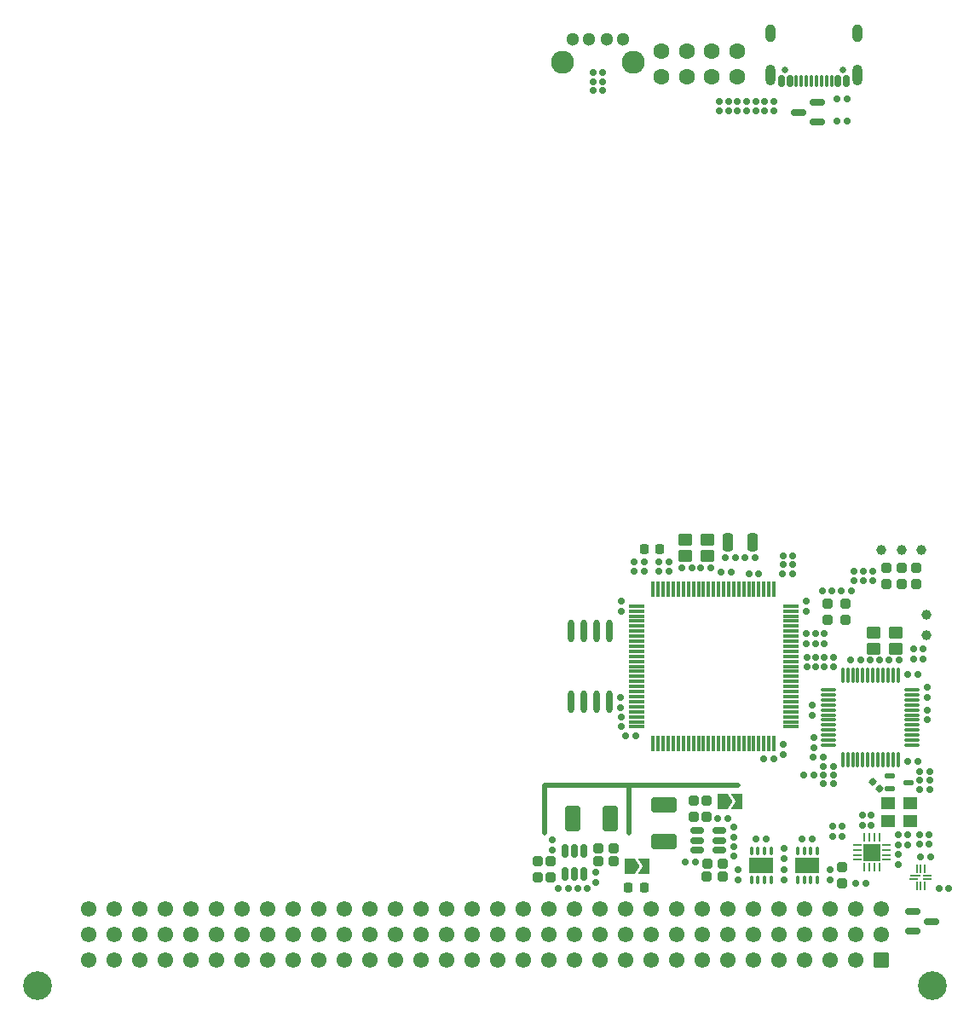
<source format=gbr>
%TF.GenerationSoftware,KiCad,Pcbnew,8.0.8-8.0.8-0~ubuntu24.04.1*%
%TF.CreationDate,2025-02-18T22:24:07+00:00*%
%TF.ProjectId,base-module,62617365-2d6d-46f6-9475-6c652e6b6963,1.0.0*%
%TF.SameCoordinates,Original*%
%TF.FileFunction,Soldermask,Top*%
%TF.FilePolarity,Negative*%
%FSLAX46Y46*%
G04 Gerber Fmt 4.6, Leading zero omitted, Abs format (unit mm)*
G04 Created by KiCad (PCBNEW 8.0.8-8.0.8-0~ubuntu24.04.1) date 2025-02-18 22:24:07*
%MOMM*%
%LPD*%
G01*
G04 APERTURE LIST*
G04 Aperture macros list*
%AMRoundRect*
0 Rectangle with rounded corners*
0 $1 Rounding radius*
0 $2 $3 $4 $5 $6 $7 $8 $9 X,Y pos of 4 corners*
0 Add a 4 corners polygon primitive as box body*
4,1,4,$2,$3,$4,$5,$6,$7,$8,$9,$2,$3,0*
0 Add four circle primitives for the rounded corners*
1,1,$1+$1,$2,$3*
1,1,$1+$1,$4,$5*
1,1,$1+$1,$6,$7*
1,1,$1+$1,$8,$9*
0 Add four rect primitives between the rounded corners*
20,1,$1+$1,$2,$3,$4,$5,0*
20,1,$1+$1,$4,$5,$6,$7,0*
20,1,$1+$1,$6,$7,$8,$9,0*
20,1,$1+$1,$8,$9,$2,$3,0*%
%AMFreePoly0*
4,1,6,1.000000,0.000000,0.500000,-0.750000,-0.500000,-0.750000,-0.500000,0.750000,0.500000,0.750000,1.000000,0.000000,1.000000,0.000000,$1*%
%AMFreePoly1*
4,1,6,0.500000,-0.750000,-0.650000,-0.750000,-0.150000,0.000000,-0.650000,0.750000,0.500000,0.750000,0.500000,-0.750000,0.500000,-0.750000,$1*%
G04 Aperture macros list end*
%ADD10C,0.500000*%
%ADD11RoundRect,0.250001X0.999999X-0.499999X0.999999X0.499999X-0.999999X0.499999X-0.999999X-0.499999X0*%
%ADD12FreePoly0,0.000000*%
%ADD13FreePoly1,0.000000*%
%ADD14C,1.000000*%
%ADD15C,1.600000*%
%ADD16RoundRect,0.159000X-0.189000X0.159000X-0.189000X-0.159000X0.189000X-0.159000X0.189000X0.159000X0*%
%ADD17RoundRect,0.159000X0.159000X0.189000X-0.159000X0.189000X-0.159000X-0.189000X0.159000X-0.189000X0*%
%ADD18RoundRect,0.150000X0.587500X0.150000X-0.587500X0.150000X-0.587500X-0.150000X0.587500X-0.150000X0*%
%ADD19RoundRect,0.159000X0.189000X-0.159000X0.189000X0.159000X-0.189000X0.159000X-0.189000X-0.159000X0*%
%ADD20RoundRect,0.159000X-0.159000X-0.189000X0.159000X-0.189000X0.159000X0.189000X-0.159000X0.189000X0*%
%ADD21RoundRect,0.239000X0.274000X-0.239000X0.274000X0.239000X-0.274000X0.239000X-0.274000X-0.239000X0*%
%ADD22RoundRect,0.220000X0.220000X0.255000X-0.220000X0.255000X-0.220000X-0.255000X0.220000X-0.255000X0*%
%ADD23RoundRect,0.050000X-0.437500X-0.050000X0.437500X-0.050000X0.437500X0.050000X-0.437500X0.050000X0*%
%ADD24RoundRect,0.050000X-0.337500X-0.050000X0.337500X-0.050000X0.337500X0.050000X-0.337500X0.050000X0*%
%ADD25RoundRect,0.050000X-0.050000X-0.337500X0.050000X-0.337500X0.050000X0.337500X-0.050000X0.337500X0*%
%ADD26RoundRect,0.244000X-0.269000X0.244000X-0.269000X-0.244000X0.269000X-0.244000X0.269000X0.244000X0*%
%ADD27RoundRect,0.150000X-0.512500X-0.150000X0.512500X-0.150000X0.512500X0.150000X-0.512500X0.150000X0*%
%ADD28RoundRect,0.150000X-0.587500X-0.150000X0.587500X-0.150000X0.587500X0.150000X-0.587500X0.150000X0*%
%ADD29RoundRect,0.239000X-0.274000X0.239000X-0.274000X-0.239000X0.274000X-0.239000X0.274000X0.239000X0*%
%ADD30RoundRect,0.244000X0.244000X0.269000X-0.244000X0.269000X-0.244000X-0.269000X0.244000X-0.269000X0*%
%ADD31RoundRect,0.250000X0.450000X0.350000X-0.450000X0.350000X-0.450000X-0.350000X0.450000X-0.350000X0*%
%ADD32RoundRect,0.075000X-0.075000X0.662500X-0.075000X-0.662500X0.075000X-0.662500X0.075000X0.662500X0*%
%ADD33RoundRect,0.075000X-0.662500X0.075000X-0.662500X-0.075000X0.662500X-0.075000X0.662500X0.075000X0*%
%ADD34RoundRect,0.075000X-0.075000X0.725000X-0.075000X-0.725000X0.075000X-0.725000X0.075000X0.725000X0*%
%ADD35RoundRect,0.075000X-0.725000X0.075000X-0.725000X-0.075000X0.725000X-0.075000X0.725000X0.075000X0*%
%ADD36C,0.650000*%
%ADD37RoundRect,0.150000X0.150000X0.425000X-0.150000X0.425000X-0.150000X-0.425000X0.150000X-0.425000X0*%
%ADD38RoundRect,0.075000X0.075000X0.500000X-0.075000X0.500000X-0.075000X-0.500000X0.075000X-0.500000X0*%
%ADD39O,1.000000X2.100000*%
%ADD40O,1.000000X1.800000*%
%ADD41RoundRect,0.244000X-0.244000X-0.269000X0.244000X-0.269000X0.244000X0.269000X-0.244000X0.269000X0*%
%ADD42C,2.850000*%
%ADD43RoundRect,0.249999X0.525001X0.525001X-0.525001X0.525001X-0.525001X-0.525001X0.525001X-0.525001X0*%
%ADD44C,1.550000*%
%ADD45RoundRect,0.220000X-0.220000X-0.255000X0.220000X-0.255000X0.220000X0.255000X-0.220000X0.255000X0*%
%ADD46C,1.300000*%
%ADD47C,2.286000*%
%ADD48RoundRect,0.075000X-0.075000X0.350000X-0.075000X-0.350000X0.075000X-0.350000X0.075000X0.350000X0*%
%ADD49R,2.400000X1.600000*%
%ADD50RoundRect,0.250000X0.250000X-0.650000X0.250000X0.650000X-0.250000X0.650000X-0.250000X-0.650000X0*%
%ADD51RoundRect,0.159000X0.246073X0.021213X0.021213X0.246073X-0.246073X-0.021213X-0.021213X-0.246073X0*%
%ADD52R,1.400000X1.200000*%
%ADD53O,0.630000X2.250000*%
%ADD54RoundRect,0.250001X-0.499999X-0.999999X0.499999X-0.999999X0.499999X0.999999X-0.499999X0.999999X0*%
%ADD55RoundRect,0.062500X-0.062500X0.350000X-0.062500X-0.350000X0.062500X-0.350000X0.062500X0.350000X0*%
%ADD56RoundRect,0.062500X-0.350000X0.062500X-0.350000X-0.062500X0.350000X-0.062500X0.350000X0.062500X0*%
%ADD57R,1.700000X1.700000*%
%ADD58RoundRect,0.125000X0.345000X0.125000X-0.345000X0.125000X-0.345000X-0.125000X0.345000X-0.125000X0*%
%ADD59RoundRect,0.150000X-0.150000X0.512500X-0.150000X-0.512500X0.150000X-0.512500X0.150000X0.512500X0*%
G04 APERTURE END LIST*
D10*
X114500000Y-128625000D02*
X95300000Y-128625000D01*
X95300000Y-133425000D02*
X95300000Y-128625000D01*
X103700000Y-133425000D02*
X103700000Y-128625000D01*
D11*
%TO.C,L301*%
X107120720Y-134271542D03*
X107120720Y-130571542D03*
%TD*%
D12*
%TO.C,JP300*%
X103725000Y-136675000D03*
D13*
X105175000Y-136675000D03*
%TD*%
D14*
%TO.C,TP302*%
X132750000Y-105325000D03*
%TD*%
D15*
%TO.C,LED300*%
X106863600Y-55785000D03*
X109403600Y-55785000D03*
X106863600Y-58325000D03*
X109403600Y-58325000D03*
%TD*%
D16*
%TO.C,R903*%
X126850000Y-131625000D03*
X126850000Y-132625000D03*
%TD*%
D17*
%TO.C,R308*%
X127200000Y-138375000D03*
X126200000Y-138375000D03*
%TD*%
D18*
%TO.C,U802*%
X122387500Y-62765001D03*
X122387500Y-60865001D03*
X120512500Y-61815001D03*
%TD*%
D19*
%TO.C,C501*%
X119100000Y-138075000D03*
X119100000Y-137075000D03*
%TD*%
D20*
%TO.C,R716*%
X123000000Y-128525000D03*
X124000000Y-128525000D03*
%TD*%
D16*
%TO.C,R306*%
X114070720Y-132821542D03*
X114070720Y-133821542D03*
%TD*%
D21*
%TO.C,D301*%
X124850000Y-138365000D03*
X124850000Y-136785000D03*
%TD*%
D22*
%TO.C,FB400*%
X106740000Y-105225000D03*
X105160000Y-105225000D03*
%TD*%
D19*
%TO.C,C601*%
X114550000Y-138075000D03*
X114550000Y-137075000D03*
%TD*%
D17*
%TO.C,R301*%
X97650000Y-138871508D03*
X96650000Y-138871508D03*
%TD*%
%TO.C,C408*%
X105200000Y-106475000D03*
X104200000Y-106475000D03*
%TD*%
D19*
%TO.C,R600*%
X119100000Y-135925000D03*
X119100000Y-134925000D03*
%TD*%
D20*
%TO.C,C400*%
X115575000Y-107650000D03*
X116575000Y-107650000D03*
%TD*%
D17*
%TO.C,C313*%
X114250000Y-106025000D03*
X113250000Y-106025000D03*
%TD*%
D20*
%TO.C,R801*%
X124350000Y-62675000D03*
X125350000Y-62675000D03*
%TD*%
D17*
%TO.C,C600*%
X117300000Y-134025000D03*
X116300000Y-134025000D03*
%TD*%
%TO.C,C407*%
X107675000Y-107375000D03*
X106675000Y-107375000D03*
%TD*%
D20*
%TO.C,C314*%
X115200000Y-106025000D03*
X116200000Y-106025000D03*
%TD*%
D23*
%TO.C,U801*%
X132087500Y-137600000D03*
D24*
X131987500Y-138000000D03*
D25*
X132250000Y-138662500D03*
X132650000Y-138662500D03*
X133050000Y-138662500D03*
D24*
X133312500Y-138000000D03*
X133312500Y-137600000D03*
D25*
X133050000Y-136937500D03*
X132650000Y-136937500D03*
X132250000Y-136937500D03*
%TD*%
D14*
%TO.C,TP701*%
X133250000Y-113725000D03*
%TD*%
D26*
%TO.C,C304*%
X94646542Y-136211059D03*
X94646542Y-137771059D03*
%TD*%
D16*
%TO.C,C305*%
X96090000Y-134071508D03*
X96090000Y-135071508D03*
%TD*%
D17*
%TO.C,R404*%
X119950000Y-107645000D03*
X118950000Y-107645000D03*
%TD*%
D27*
%TO.C,U301*%
X110412500Y-133168050D03*
X110412500Y-134118050D03*
X110412500Y-135068050D03*
X112687500Y-135068050D03*
X112687500Y-134118050D03*
X112687500Y-133168050D03*
%TD*%
D17*
%TO.C,C500*%
X121900000Y-134025000D03*
X120900000Y-134025000D03*
%TD*%
D16*
%TO.C,R902*%
X127750000Y-131625000D03*
X127750000Y-132625000D03*
%TD*%
D21*
%TO.C,D400*%
X129240000Y-108665000D03*
X129240000Y-107085000D03*
%TD*%
D28*
%TO.C,U200*%
X131832500Y-141212501D03*
X131832500Y-143112501D03*
X133707500Y-142162501D03*
%TD*%
D16*
%TO.C,R700*%
X121325000Y-115925000D03*
X121325000Y-116925000D03*
%TD*%
D20*
%TO.C,R405*%
X100080000Y-59675000D03*
X101080000Y-59675000D03*
%TD*%
D19*
%TO.C,R409*%
X114450000Y-61725000D03*
X114450000Y-60725000D03*
%TD*%
%TO.C,R400*%
X113550000Y-61725000D03*
X113550000Y-60725000D03*
%TD*%
%TO.C,R411*%
X126950000Y-108375000D03*
X126950000Y-107375000D03*
%TD*%
D16*
%TO.C,C410*%
X123100000Y-113600000D03*
X123100000Y-114600000D03*
%TD*%
D29*
%TO.C,D701*%
X125175000Y-110660000D03*
X125175000Y-112240000D03*
%TD*%
D16*
%TO.C,R701*%
X124000000Y-115925000D03*
X124000000Y-116925000D03*
%TD*%
%TO.C,C405*%
X121275000Y-110350000D03*
X121275000Y-111350000D03*
%TD*%
D30*
%TO.C,C301*%
X102180000Y-136171508D03*
X100620000Y-136171508D03*
%TD*%
D19*
%TO.C,C300*%
X100400000Y-138281508D03*
X100400000Y-137281508D03*
%TD*%
D21*
%TO.C,D402*%
X132240000Y-108665000D03*
X132240000Y-107085000D03*
%TD*%
D31*
%TO.C,Y700*%
X130150000Y-113525000D03*
X127950000Y-113525000D03*
X127950000Y-115125000D03*
X130150000Y-115125000D03*
%TD*%
D32*
%TO.C,U700*%
X130400000Y-117762500D03*
X129900000Y-117762500D03*
X129400000Y-117762500D03*
X128900000Y-117762500D03*
X128400000Y-117762500D03*
X127900000Y-117762500D03*
X127400000Y-117762500D03*
X126900000Y-117762500D03*
X126400000Y-117762500D03*
X125900000Y-117762500D03*
X125400000Y-117762500D03*
X124900000Y-117762500D03*
D33*
X123487500Y-119175000D03*
X123487500Y-119675000D03*
X123487500Y-120175000D03*
X123487500Y-120675000D03*
X123487500Y-121175000D03*
X123487500Y-121675000D03*
X123487500Y-122175000D03*
X123487500Y-122675000D03*
X123487500Y-123175000D03*
X123487500Y-123675000D03*
X123487500Y-124175000D03*
X123487500Y-124675000D03*
D32*
X124900000Y-126087500D03*
X125400000Y-126087500D03*
X125900000Y-126087500D03*
X126400000Y-126087500D03*
X126900000Y-126087500D03*
X127400000Y-126087500D03*
X127900000Y-126087500D03*
X128400000Y-126087500D03*
X128900000Y-126087500D03*
X129400000Y-126087500D03*
X129900000Y-126087500D03*
X130400000Y-126087500D03*
D33*
X131812500Y-124675000D03*
X131812500Y-124175000D03*
X131812500Y-123675000D03*
X131812500Y-123175000D03*
X131812500Y-122675000D03*
X131812500Y-122175000D03*
X131812500Y-121675000D03*
X131812500Y-121175000D03*
X131812500Y-120675000D03*
X131812500Y-120175000D03*
X131812500Y-119675000D03*
X131812500Y-119175000D03*
%TD*%
D14*
%TO.C,TP700*%
X133250000Y-111725000D03*
%TD*%
D20*
%TO.C,R707*%
X122850000Y-109375000D03*
X123850000Y-109375000D03*
%TD*%
D34*
%TO.C,U400*%
X118075000Y-109175000D03*
X117575000Y-109175000D03*
X117075000Y-109175000D03*
X116575000Y-109175000D03*
X116075000Y-109175000D03*
X115575000Y-109175000D03*
X115075000Y-109175000D03*
X114575000Y-109175000D03*
X114075000Y-109175000D03*
X113575000Y-109175000D03*
X113075000Y-109175000D03*
X112575000Y-109175000D03*
X112075000Y-109175000D03*
X111575000Y-109175000D03*
X111075000Y-109175000D03*
X110575000Y-109175000D03*
X110075000Y-109175000D03*
X109575000Y-109175000D03*
X109075000Y-109175000D03*
X108575000Y-109175000D03*
X108075000Y-109175000D03*
X107575000Y-109175000D03*
X107075000Y-109175000D03*
X106575000Y-109175000D03*
X106075000Y-109175000D03*
D35*
X104400000Y-110850000D03*
X104400000Y-111350000D03*
X104400000Y-111850000D03*
X104400000Y-112350000D03*
X104400000Y-112850000D03*
X104400000Y-113350000D03*
X104400000Y-113850000D03*
X104400000Y-114350000D03*
X104400000Y-114850000D03*
X104400000Y-115350000D03*
X104400000Y-115850000D03*
X104400000Y-116350000D03*
X104400000Y-116850000D03*
X104400000Y-117350000D03*
X104400000Y-117850000D03*
X104400000Y-118350000D03*
X104400000Y-118850000D03*
X104400000Y-119350000D03*
X104400000Y-119850000D03*
X104400000Y-120350000D03*
X104400000Y-120850000D03*
X104400000Y-121350000D03*
X104400000Y-121850000D03*
X104400000Y-122350000D03*
X104400000Y-122850000D03*
D34*
X106075000Y-124525000D03*
X106575000Y-124525000D03*
X107075000Y-124525000D03*
X107575000Y-124525000D03*
X108075000Y-124525000D03*
X108575000Y-124525000D03*
X109075000Y-124525000D03*
X109575000Y-124525000D03*
X110075000Y-124525000D03*
X110575000Y-124525000D03*
X111075000Y-124525000D03*
X111575000Y-124525000D03*
X112075000Y-124525000D03*
X112575000Y-124525000D03*
X113075000Y-124525000D03*
X113575000Y-124525000D03*
X114075000Y-124525000D03*
X114575000Y-124525000D03*
X115075000Y-124525000D03*
X115575000Y-124525000D03*
X116075000Y-124525000D03*
X116575000Y-124525000D03*
X117075000Y-124525000D03*
X117575000Y-124525000D03*
X118075000Y-124525000D03*
D35*
X119750000Y-122850000D03*
X119750000Y-122350000D03*
X119750000Y-121850000D03*
X119750000Y-121350000D03*
X119750000Y-120850000D03*
X119750000Y-120350000D03*
X119750000Y-119850000D03*
X119750000Y-119350000D03*
X119750000Y-118850000D03*
X119750000Y-118350000D03*
X119750000Y-117850000D03*
X119750000Y-117350000D03*
X119750000Y-116850000D03*
X119750000Y-116350000D03*
X119750000Y-115850000D03*
X119750000Y-115350000D03*
X119750000Y-114850000D03*
X119750000Y-114350000D03*
X119750000Y-113850000D03*
X119750000Y-113350000D03*
X119750000Y-112850000D03*
X119750000Y-112350000D03*
X119750000Y-111850000D03*
X119750000Y-111350000D03*
X119750000Y-110850000D03*
%TD*%
D17*
%TO.C,C409*%
X105200000Y-107375000D03*
X104200000Y-107375000D03*
%TD*%
%TO.C,C708*%
X128600000Y-116235000D03*
X127600000Y-116235000D03*
%TD*%
D16*
%TO.C,R705*%
X132900000Y-115125000D03*
X132900000Y-116125000D03*
%TD*%
%TO.C,R307*%
X114070720Y-134721542D03*
X114070720Y-135721542D03*
%TD*%
D20*
%TO.C,R711*%
X132550000Y-128175000D03*
X133550000Y-128175000D03*
%TD*%
%TO.C,R710*%
X132550000Y-127275000D03*
X133550000Y-127275000D03*
%TD*%
%TO.C,R715*%
X123000000Y-127650000D03*
X124000000Y-127650000D03*
%TD*%
D16*
%TO.C,C801*%
X116250000Y-60725000D03*
X116250000Y-61725000D03*
%TD*%
D14*
%TO.C,TP300*%
X128750000Y-105325000D03*
%TD*%
D19*
%TO.C,C402*%
X102875000Y-111350000D03*
X102875000Y-110350000D03*
%TD*%
D12*
%TO.C,JP301*%
X112970720Y-130225000D03*
D13*
X114420720Y-130225000D03*
%TD*%
D36*
%TO.C,J800*%
X124940000Y-57640000D03*
X119160000Y-57640000D03*
D37*
X125250000Y-58715000D03*
X124450000Y-58715000D03*
D38*
X123300000Y-58715000D03*
X122300000Y-58715000D03*
X121800000Y-58715000D03*
X120800000Y-58715000D03*
D37*
X119650000Y-58715000D03*
X118850000Y-58715000D03*
X118850000Y-58715000D03*
X119650000Y-58715000D03*
D38*
X120300000Y-58715000D03*
X121300000Y-58715000D03*
X122800000Y-58715000D03*
X123800000Y-58715000D03*
D37*
X124450000Y-58715000D03*
X125250000Y-58715000D03*
D39*
X126370000Y-58140000D03*
D40*
X126370000Y-53960000D03*
D39*
X117730000Y-58140000D03*
D40*
X117730000Y-53960000D03*
%TD*%
D20*
%TO.C,C311*%
X109270720Y-136281542D03*
X110270720Y-136281542D03*
%TD*%
D14*
%TO.C,TP301*%
X130750000Y-105325000D03*
%TD*%
D20*
%TO.C,C707*%
X129500000Y-116225000D03*
X130500000Y-116225000D03*
%TD*%
D16*
%TO.C,R901*%
X123900000Y-132725000D03*
X123900000Y-133725000D03*
%TD*%
D17*
%TO.C,R709*%
X133550000Y-129075000D03*
X132550000Y-129075000D03*
%TD*%
D16*
%TO.C,R805*%
X117150000Y-60725000D03*
X117150000Y-61725000D03*
%TD*%
%TO.C,R800*%
X118050000Y-60725000D03*
X118050000Y-61725000D03*
%TD*%
D41*
%TO.C,C310*%
X111420720Y-136481542D03*
X112980720Y-136481542D03*
%TD*%
D16*
%TO.C,R402*%
X122200000Y-113600000D03*
X122200000Y-114600000D03*
%TD*%
D19*
%TO.C,R702*%
X133300000Y-122175000D03*
X133300000Y-121175000D03*
%TD*%
D41*
%TO.C,C309*%
X111410271Y-137725000D03*
X112970271Y-137725000D03*
%TD*%
D19*
%TO.C,C900*%
X130450000Y-134575000D03*
X130450000Y-133575000D03*
%TD*%
D16*
%TO.C,C404*%
X118975000Y-124600000D03*
X118975000Y-125600000D03*
%TD*%
%TO.C,R802*%
X132550000Y-133525000D03*
X132550000Y-134525000D03*
%TD*%
D20*
%TO.C,C701*%
X131350000Y-117625000D03*
X132350000Y-117625000D03*
%TD*%
D17*
%TO.C,R300*%
X99550000Y-138871508D03*
X98550000Y-138871508D03*
%TD*%
D42*
%TO.C,J200*%
X133820000Y-148515000D03*
X44920000Y-148515000D03*
D43*
X128740000Y-145975000D03*
D44*
X126200000Y-145975000D03*
X123660000Y-145975000D03*
X121120000Y-145975000D03*
X118580000Y-145975000D03*
X116040000Y-145975000D03*
X113500000Y-145975000D03*
X110960000Y-145975000D03*
X108420000Y-145975000D03*
X105880000Y-145975000D03*
X103340000Y-145975000D03*
X100800000Y-145975000D03*
X98260000Y-145975000D03*
X95720000Y-145975000D03*
X93180000Y-145975000D03*
X90640000Y-145975000D03*
X88100000Y-145975000D03*
X85560000Y-145975000D03*
X83020000Y-145975000D03*
X80480000Y-145975000D03*
X77940000Y-145975000D03*
X75400000Y-145975000D03*
X72860000Y-145975000D03*
X70320000Y-145975000D03*
X67780000Y-145975000D03*
X65240000Y-145975000D03*
X62700000Y-145975000D03*
X60160000Y-145975000D03*
X57620000Y-145975000D03*
X55080000Y-145975000D03*
X52540000Y-145975000D03*
X50000000Y-145975000D03*
X128740000Y-143435000D03*
X126200000Y-143435000D03*
X123660000Y-143435000D03*
X121120000Y-143435000D03*
X118580000Y-143435000D03*
X116040000Y-143435000D03*
X113500000Y-143435000D03*
X110960000Y-143435000D03*
X108420000Y-143435000D03*
X105880000Y-143435000D03*
X103340000Y-143435000D03*
X100800000Y-143435000D03*
X98260000Y-143435000D03*
X95720000Y-143435000D03*
X93180000Y-143435000D03*
X90640000Y-143435000D03*
X88100000Y-143435000D03*
X85560000Y-143435000D03*
X83020000Y-143435000D03*
X80480000Y-143435000D03*
X77940000Y-143435000D03*
X75400000Y-143435000D03*
X72860000Y-143435000D03*
X70320000Y-143435000D03*
X67780000Y-143435000D03*
X65240000Y-143435000D03*
X62700000Y-143435000D03*
X60160000Y-143435000D03*
X57620000Y-143435000D03*
X55080000Y-143435000D03*
X52540000Y-143435000D03*
X50000000Y-143435000D03*
X128740000Y-140895000D03*
X126200000Y-140895000D03*
X123660000Y-140895000D03*
X121120000Y-140895000D03*
X118580000Y-140895000D03*
X116040000Y-140895000D03*
X113500000Y-140895000D03*
X110960000Y-140895000D03*
X108420000Y-140895000D03*
X105880000Y-140895000D03*
X103340000Y-140895000D03*
X100800000Y-140895000D03*
X98260000Y-140895000D03*
X95720000Y-140895000D03*
X93180000Y-140895000D03*
X90640000Y-140895000D03*
X88100000Y-140895000D03*
X85560000Y-140895000D03*
X83020000Y-140895000D03*
X80480000Y-140895000D03*
X77940000Y-140895000D03*
X75400000Y-140895000D03*
X72860000Y-140895000D03*
X70320000Y-140895000D03*
X67780000Y-140895000D03*
X65240000Y-140895000D03*
X62700000Y-140895000D03*
X60160000Y-140895000D03*
X57620000Y-140895000D03*
X55080000Y-140895000D03*
X52540000Y-140895000D03*
X50000000Y-140895000D03*
%TD*%
D20*
%TO.C,C700*%
X122000000Y-125875000D03*
X123000000Y-125875000D03*
%TD*%
D19*
%TO.C,R500*%
X123650000Y-138075000D03*
X123650000Y-137075000D03*
%TD*%
D17*
%TO.C,C406*%
X107675000Y-106475000D03*
X106675000Y-106475000D03*
%TD*%
%TO.C,C411*%
X109925000Y-107025000D03*
X108925000Y-107025000D03*
%TD*%
D16*
%TO.C,C704*%
X133290000Y-118922500D03*
X133290000Y-119922500D03*
%TD*%
D19*
%TO.C,C902*%
X131350000Y-134575000D03*
X131350000Y-133575000D03*
%TD*%
D20*
%TO.C,C312*%
X132650000Y-135775000D03*
X133650000Y-135775000D03*
%TD*%
D19*
%TO.C,C702*%
X122010000Y-124927500D03*
X122010000Y-123927500D03*
%TD*%
D16*
%TO.C,R706*%
X131950000Y-115125000D03*
X131950000Y-116125000D03*
%TD*%
D19*
%TO.C,R803*%
X133450000Y-134525000D03*
X133450000Y-133525000D03*
%TD*%
D26*
%TO.C,C307*%
X110108674Y-130191542D03*
X110108674Y-131751542D03*
%TD*%
D17*
%TO.C,C306*%
X113480720Y-131971542D03*
X112480720Y-131971542D03*
%TD*%
D19*
%TO.C,R401*%
X121300000Y-114600000D03*
X121300000Y-113600000D03*
%TD*%
D45*
%TO.C,F300*%
X103610000Y-138775000D03*
X105190000Y-138775000D03*
%TD*%
D20*
%TO.C,R714*%
X123000000Y-126775000D03*
X124000000Y-126775000D03*
%TD*%
D16*
%TO.C,R900*%
X124800000Y-132725000D03*
X124800000Y-133725000D03*
%TD*%
D20*
%TO.C,C414*%
X117075000Y-126050000D03*
X118075000Y-126050000D03*
%TD*%
D46*
%TO.C,SW400*%
X103080000Y-54575000D03*
X101450000Y-54575000D03*
X99710000Y-54575000D03*
X98080000Y-54575000D03*
D47*
X104080000Y-56825000D03*
X97080000Y-56825000D03*
%TD*%
D48*
%TO.C,U600*%
X117775000Y-135175000D03*
X117125000Y-135175000D03*
X116475000Y-135175000D03*
X115825000Y-135175000D03*
X115825000Y-138075000D03*
X116475000Y-138075000D03*
X117125000Y-138075000D03*
X117775000Y-138075000D03*
D49*
X116800000Y-136625000D03*
%TD*%
D50*
%TO.C,X300*%
X113475000Y-104550000D03*
X115975000Y-104550000D03*
%TD*%
D17*
%TO.C,R406*%
X101080000Y-57875000D03*
X100080000Y-57875000D03*
%TD*%
D19*
%TO.C,R412*%
X126050000Y-108375000D03*
X126050000Y-107375000D03*
%TD*%
%TO.C,C706*%
X122200000Y-116925000D03*
X122200000Y-115925000D03*
%TD*%
D20*
%TO.C,C800*%
X124350000Y-60525000D03*
X125350000Y-60525000D03*
%TD*%
D30*
%TO.C,C302*%
X102180000Y-134909462D03*
X100620000Y-134909462D03*
%TD*%
D20*
%TO.C,C401*%
X112825000Y-107475000D03*
X113825000Y-107475000D03*
%TD*%
%TO.C,C705*%
X125700000Y-116235000D03*
X126700000Y-116235000D03*
%TD*%
D51*
%TO.C,R712*%
X128553553Y-129028553D03*
X127846447Y-128321447D03*
%TD*%
D31*
%TO.C,X400*%
X111475000Y-104250000D03*
X109275000Y-104250000D03*
X109275000Y-105850000D03*
X111475000Y-105850000D03*
%TD*%
D16*
%TO.C,R708*%
X121900000Y-120675000D03*
X121900000Y-121675000D03*
%TD*%
D17*
%TO.C,C403*%
X104325000Y-123750000D03*
X103325000Y-123750000D03*
%TD*%
D19*
%TO.C,R410*%
X127850000Y-108375000D03*
X127850000Y-107375000D03*
%TD*%
D52*
%TO.C,Y900*%
X131600000Y-130475000D03*
X129400000Y-130475000D03*
X129400000Y-132175000D03*
X131600000Y-132175000D03*
%TD*%
D48*
%TO.C,U500*%
X122375000Y-135175000D03*
X121725000Y-135175000D03*
X121075000Y-135175000D03*
X120425000Y-135175000D03*
X120425000Y-138075000D03*
X121075000Y-138075000D03*
X121725000Y-138075000D03*
X122375000Y-138075000D03*
D49*
X121400000Y-136625000D03*
%TD*%
D20*
%TO.C,R713*%
X124750000Y-109375000D03*
X125750000Y-109375000D03*
%TD*%
%TO.C,C412*%
X110825000Y-107025000D03*
X111825000Y-107025000D03*
%TD*%
%TO.C,C415*%
X118960000Y-105865000D03*
X119960000Y-105865000D03*
%TD*%
D53*
%TO.C,U100*%
X101705000Y-113320000D03*
X100435000Y-113320000D03*
X99155000Y-113320000D03*
X97885000Y-113320000D03*
X97885000Y-120380000D03*
X99155000Y-120380000D03*
X100435000Y-120380000D03*
X101705000Y-120380000D03*
%TD*%
D21*
%TO.C,D700*%
X123425000Y-112240000D03*
X123425000Y-110660000D03*
%TD*%
D16*
%TO.C,C413*%
X102875000Y-121850000D03*
X102875000Y-122850000D03*
%TD*%
D54*
%TO.C,L300*%
X98100000Y-131921508D03*
X101800000Y-131921508D03*
%TD*%
D19*
%TO.C,C100*%
X102850000Y-120925000D03*
X102850000Y-119925000D03*
%TD*%
D55*
%TO.C,U302*%
X128550000Y-133850000D03*
X128050000Y-133850000D03*
X127550000Y-133850000D03*
X127050000Y-133850000D03*
D56*
X126337500Y-134562500D03*
X126337500Y-135062500D03*
X126337500Y-135562500D03*
X126337500Y-136062500D03*
D55*
X127050000Y-136775000D03*
X127550000Y-136775000D03*
X128050000Y-136775000D03*
X128550000Y-136775000D03*
D56*
X129262500Y-136062500D03*
X129262500Y-135562500D03*
X129262500Y-135062500D03*
X129262500Y-134562500D03*
D57*
X127800000Y-135312500D03*
%TD*%
D20*
%TO.C,C703*%
X131350000Y-126275000D03*
X132350000Y-126275000D03*
%TD*%
D21*
%TO.C,D401*%
X130750000Y-108665000D03*
X130750000Y-107085000D03*
%TD*%
D19*
%TO.C,R408*%
X115350000Y-61725000D03*
X115350000Y-60725000D03*
%TD*%
D17*
%TO.C,R403*%
X119960000Y-106765000D03*
X118960000Y-106765000D03*
%TD*%
D19*
%TO.C,R703*%
X123100000Y-116925000D03*
X123100000Y-115925000D03*
%TD*%
D26*
%TO.C,C308*%
X111370720Y-130191542D03*
X111370720Y-131751542D03*
%TD*%
D19*
%TO.C,R407*%
X112650000Y-61725000D03*
X112650000Y-60725000D03*
%TD*%
D58*
%TO.C,Q700*%
X129600000Y-127725000D03*
X129600000Y-129025000D03*
X131400000Y-128375000D03*
%TD*%
D16*
%TO.C,C904*%
X130450000Y-135525000D03*
X130450000Y-136525000D03*
%TD*%
D17*
%TO.C,C416*%
X101080000Y-58775000D03*
X100080000Y-58775000D03*
%TD*%
D20*
%TO.C,R804*%
X134450000Y-138925000D03*
X135450000Y-138925000D03*
%TD*%
D59*
%TO.C,U300*%
X99203492Y-135213288D03*
X98253492Y-135213288D03*
X97303492Y-135213288D03*
X97303492Y-137488288D03*
X98253492Y-137488288D03*
X99203492Y-137488288D03*
%TD*%
D26*
%TO.C,C303*%
X95890000Y-136221508D03*
X95890000Y-137781508D03*
%TD*%
D15*
%TO.C,LED301*%
X111913600Y-55785000D03*
X114453600Y-55785000D03*
X111913600Y-58325000D03*
X114453600Y-58325000D03*
%TD*%
D20*
%TO.C,R704*%
X121050000Y-127650000D03*
X122050000Y-127650000D03*
%TD*%
M02*

</source>
